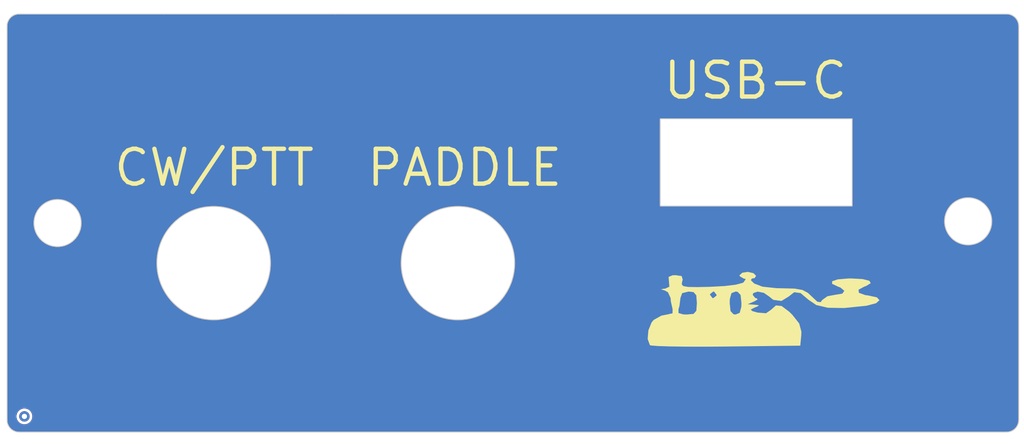
<source format=kicad_pcb>
(kicad_pcb (version 20241229) (generator "pcbnew") (generator_version "9.0")
  (layers (0 "F.Cu" signal) (2 "B.Cu" signal) (13 "F.Paste" user) (15 "B.Paste" user) (5 "F.SilkS" user "F.Silkscreen") (7 "B.SilkS" user "B.Silkscreen") (1 "F.Mask" user) (3 "B.Mask" user) (25 "Edge.Cuts" user))
  (net 0 "")
  (footprint "LOGO" (layer "F.Cu") (at 163 109.5)
    (property "Reference" "G***" (hide yes))
    (property "Value" "LOGO" (hide yes))
    (fp_poly (pts (xy -0.706284 -1.619985) (xy -0.554729 -1.467383) (xy -0.642389 -1.33669) (xy -0.79963 -1.311053) (xy -0.856935 -1.217992) (xy -0.669595 -1.028831) (xy -0.192675 -0.845893) (xy 0.603422 -0.758897) (xy 0.943904 -0.752593) (xy 1.650106 -0.734214) (xy 2.101277 -0.656584) (xy 2.417818 -0.485956) (xy 2.63831 -0.277712) (xy 2.954614 0.018398) (xy 3.138837 0.044643) (xy 3.244901 -0.089564) (xy 3.533863 -0.297013) (xy 3.96046 -0.376296) (xy 4.3869 -0.445242) (xy 4.501041 -0.60723) (xy 4.277309 -0.794985) (xy 4.139259 -0.846667) (xy 3.797993 -1.010317) (xy 3.802434 -1.155699) (xy 4.121994 -1.263696) (xy 4.726083 -1.31519) (xy 4.891851 -1.317037) (xy 5.553676 -1.280338) (xy 5.937613 -1.182984) (xy 6.013072 -1.044094) (xy 5.749466 -0.882785) (xy 5.644444 -0.846667) (xy 5.313841 -0.669109) (xy 5.337134 -0.493099) (xy 5.694488 -0.364064) (xy 5.865139 -0.34118) (xy 6.366877 -0.232183) (xy 6.516042 -0.069083) (xy 6.323373 0.104229) (xy 5.799609 0.24386) (xy 5.7191 0.25571) (xy 4.486089 0.380267) (xy 3.559608 0.366548) (xy 2.894342 0.209711) (xy 2.445925 -0.094074) (xy 1.991998 -0.476966) (xy 1.628224 -0.526118) (xy 1.317036 -0.282222) (xy 0.897462 -0.025928) (xy 0.430774 -0.087661) (xy 0.188148 -0.282222) (xy -0.11359 -0.490225) (xy -0.465689 -0.560806) (xy -0.714698 -0.47862) (xy -0.752593 -0.376296) (xy -0.602959 -0.192693) (xy -0.517408 -0.174924) (xy -0.471228 -0.107826) (xy -0.658519 0) (xy -1.034815 0.1617) (xy -0.658519 0.188148) (xy -0.390802 0.218653) (xy -0.478147 0.289613) (xy -0.651661 0.359039) (xy -0.865408 0.469391) (xy -0.77011 0.557186) (xy -0.470888 0.641576) (xy 0.009523 0.68057) (xy 0.295588 0.483909) (xy 0.579392 0.231952) (xy 0.906809 0.263676) (xy 1.344357 0.594595) (xy 1.522152 0.76995) (xy 1.914695 1.267454) (xy 2.041114 1.741054) (xy 2.033218 1.945876) (xy 1.975555 2.54) (xy -2.270014 2.59048) (xy -3.497884 2.599536) (xy -4.597898 2.597083) (xy -5.514875 2.584108) (xy -6.193636 2.5616) (xy -6.578999 2.53055) (xy -6.644459 2.512085) (xy -6.772702 2.159598) (xy -6.731834 1.665001) (xy -6.548497 1.207559) (xy -6.42926 1.063975) (xy -5.983227 0.815363) (xy -5.656537 0.752592) (xy -5.347938 0.683041) (xy -5.342093 0.454982) (xy -5.006056 0.454982) (xy -5.004927 0.666217) (xy -4.731264 0.746922) (xy -4.535686 0.752592) (xy -4.143222 0.717801) (xy -3.982244 0.537098) (xy -3.951112 0.095988) (xy -3.951112 0.094074) (xy -2.06963 0.094074) (xy -2.022095 0.556442) (xy -1.849746 0.738599) (xy -1.733651 0.752592) (xy -1.497749 0.659423) (xy -1.404812 0.32162) (xy -1.397673 0.094074) (xy -1.445208 -0.368294) (xy -1.617556 -0.550451) (xy -1.733651 -0.564445) (xy -1.969553 -0.471275) (xy -2.06249 -0.133472) (xy -2.06963 0.094074) (xy -3.951112 0.094074) (xy -3.986255 -0.351255) (xy -4.007977 -0.376296) (xy -3.198519 -0.376296) (xy -3.055343 -0.193616) (xy -3.010371 -0.188148) (xy -2.82769 -0.331324) (xy -2.822223 -0.376296) (xy -2.965399 -0.558977) (xy -3.010371 -0.564445) (xy -3.193052 -0.421269) (xy -3.198519 -0.376296) (xy -4.007977 -0.376296) (xy -4.1444 -0.533565) (xy -4.421482 -0.564445) (xy -4.793428 -0.473314) (xy -4.891852 -0.203536) (xy -4.951555 0.268917) (xy -5.006056 0.454982) (xy -5.342093 0.454982) (xy -5.443733 0.000805) (xy -5.456297 -0.189741) (xy -5.609863 -0.523074) (xy -5.785556 -0.622897) (xy -6.008796 -0.694104) (xy -5.862387 -0.724669) (xy -5.772877 -0.730767) (xy -5.528738 -0.840772) (xy -5.550371 -1.128889) (xy -5.574193 -1.405275) (xy -5.3404 -1.49984) (xy -5.174075 -1.505185) (xy -4.824477 -1.454576) (xy -4.763926 -1.253392) (xy -4.791565 -1.148466) (xy -4.81979 -0.980748) (xy -4.730149 -0.878924) (xy -4.456353 -0.830005) (xy -3.93211 -0.821004) (xy -3.197458 -0.836141) (xy -2.36634 -0.880746) (xy -1.713963 -0.960412) (xy -1.325682 -1.063495) (xy -1.271882 -1.098786) (xy -1.15139 -1.280848) (xy -1.279408 -1.317037) (xy -1.491162 -1.440067) (xy -1.505186 -1.505185) (xy -1.344172 -1.646621) (xy -1.034815 -1.693333)) (fill yes) (layer "F.SilkS"))
  )
  (gr_rect (start 156.95 99.0236) (end 167.95 104.0236) (stroke (width 0.05)) (fill no) (layer "Edge.Cuts"))
  (gr_arc (start 120.2011 117.0036) (mid 119.706125 116.798575) (end 119.5011 116.3036) (stroke (width 0.05)) (layer "Edge.Cuts"))
  (gr_line (start 177.5011 116.3036) (end 177.5011 93.7036) (stroke (width 0.05)) (layer "Edge.Cuts"))
  (gr_circle (center 145.35 107.3036) (end 148.6 107.3036) (stroke (width 0.05)) (fill no) (layer "Edge.Cuts"))
  (gr_line (start 128.5011 93.0036) (end 120.2011 93.0036) (stroke (width 0.05)) (layer "Edge.Cuts"))
  (gr_line (start 128.5011 93.0036) (end 138.3011 93.0036) (stroke (width 0.05)) (layer "Edge.Cuts"))
  (gr_line (start 119.5011 93.7036) (end 119.5011 116.3036) (stroke (width 0.05)) (layer "Edge.Cuts"))
  (gr_line (start 120.2011 117.0036) (end 176.8011 117.0036) (stroke (width 0.05)) (layer "Edge.Cuts"))
  (gr_circle (center 174.6011 104.9036) (end 175.9511 104.9036) (stroke (width 0.05)) (fill no) (layer "Edge.Cuts"))
  (gr_circle (center 131.35 107.3036) (end 134.6 107.3036) (stroke (width 0.05)) (fill no) (layer "Edge.Cuts"))
  (gr_arc (start 176.8011 93.0036) (mid 177.296075 93.208625) (end 177.5011 93.7036) (stroke (width 0.05)) (layer "Edge.Cuts"))
  (gr_line (start 176.8011 93.0036) (end 138.3011 93.0036) (stroke (width 0.05)) (layer "Edge.Cuts"))
  (gr_arc (start 177.5011 116.3036) (mid 177.296075 116.798575) (end 176.8011 117.0036) (stroke (width 0.05)) (layer "Edge.Cuts"))
  (gr_arc (start 119.5011 93.7036) (mid 119.706125 93.208625) (end 120.2011 93.0036) (stroke (width 0.05)) (layer "Edge.Cuts"))
  (gr_circle (center 122.4011 105.0036) (end 123.7511 105.0036) (stroke (width 0.05)) (fill no) (layer "Edge.Cuts"))
  (gr_text "CW/PTT" (at 125.5 103 0) (layer "F.SilkS") (effects (font (size 2 2) (thickness 0.25)) (justify left bottom)))
  (gr_text "USB-C" (at 157 98 0) (layer "F.SilkS") (effects (font (size 2 2) (thickness 0.25)) (justify left bottom)))
  (gr_text "PADDLE" (at 140 103 0) (layer "F.SilkS") (effects (font (size 2 2) (thickness 0.25)) (justify left bottom)))
  (via (at 120.5 116.1) (size 0.6) (drill 0.3) (layers "F.Cu" "B.Cu") (net 0))
  (zone (net 0) (net_name "") (layers "F.Cu" "B.Cu") (priority 6) (connect_pads (clearance 0.000001)) (min_thickness 0.025) (fill yes (thermal_gap 0.05) (thermal_bridge_width 0.05) (island_removal_mode 1) (island_area_min 10))
    (polygon (pts (xy 119.1011 92.2036) (xy 177.8011 92.2036) (xy 177.8011 117.7036) (xy 119.1011 117.7036)))
  )
)
</source>
